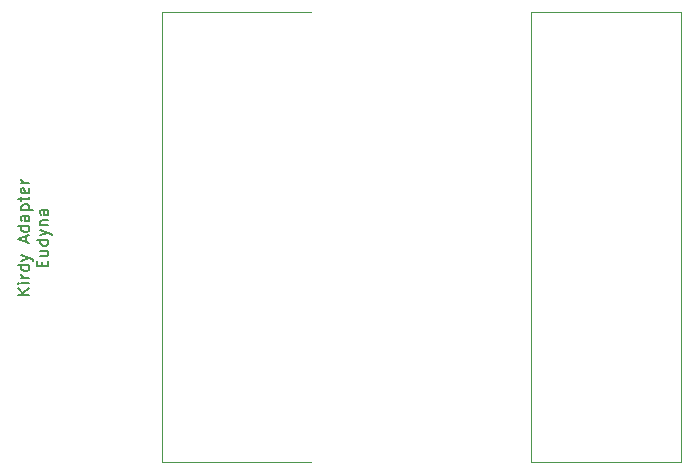
<source format=gto>
%TF.GenerationSoftware,KiCad,Pcbnew,(6.0.9)*%
%TF.CreationDate,2022-12-04T20:24:29+08:00*%
%TF.ProjectId,kirdyShield,6b697264-7953-4686-9965-6c642e6b6963,rev?*%
%TF.SameCoordinates,Original*%
%TF.FileFunction,Legend,Top*%
%TF.FilePolarity,Positive*%
%FSLAX46Y46*%
G04 Gerber Fmt 4.6, Leading zero omitted, Abs format (unit mm)*
G04 Created by KiCad (PCBNEW (6.0.9)) date 2022-12-04 20:24:29*
%MOMM*%
%LPD*%
G01*
G04 APERTURE LIST*
%ADD10C,0.150000*%
%ADD11C,0.120000*%
%ADD12R,1.500000X5.080000*%
%ADD13C,1.524000*%
G04 APERTURE END LIST*
D10*
X69647380Y-126833333D02*
X68647380Y-126833333D01*
X69647380Y-126261904D02*
X69075952Y-126690476D01*
X68647380Y-126261904D02*
X69218809Y-126833333D01*
X69647380Y-125833333D02*
X68980714Y-125833333D01*
X68647380Y-125833333D02*
X68695000Y-125880952D01*
X68742619Y-125833333D01*
X68695000Y-125785714D01*
X68647380Y-125833333D01*
X68742619Y-125833333D01*
X69647380Y-125357142D02*
X68980714Y-125357142D01*
X69171190Y-125357142D02*
X69075952Y-125309523D01*
X69028333Y-125261904D01*
X68980714Y-125166666D01*
X68980714Y-125071428D01*
X69647380Y-124309523D02*
X68647380Y-124309523D01*
X69599761Y-124309523D02*
X69647380Y-124404761D01*
X69647380Y-124595238D01*
X69599761Y-124690476D01*
X69552142Y-124738095D01*
X69456904Y-124785714D01*
X69171190Y-124785714D01*
X69075952Y-124738095D01*
X69028333Y-124690476D01*
X68980714Y-124595238D01*
X68980714Y-124404761D01*
X69028333Y-124309523D01*
X68980714Y-123928571D02*
X69647380Y-123690476D01*
X68980714Y-123452380D02*
X69647380Y-123690476D01*
X69885476Y-123785714D01*
X69933095Y-123833333D01*
X69980714Y-123928571D01*
X69361666Y-122357142D02*
X69361666Y-121880952D01*
X69647380Y-122452380D02*
X68647380Y-122119047D01*
X69647380Y-121785714D01*
X69647380Y-121023809D02*
X68647380Y-121023809D01*
X69599761Y-121023809D02*
X69647380Y-121119047D01*
X69647380Y-121309523D01*
X69599761Y-121404761D01*
X69552142Y-121452380D01*
X69456904Y-121500000D01*
X69171190Y-121500000D01*
X69075952Y-121452380D01*
X69028333Y-121404761D01*
X68980714Y-121309523D01*
X68980714Y-121119047D01*
X69028333Y-121023809D01*
X69647380Y-120119047D02*
X69123571Y-120119047D01*
X69028333Y-120166666D01*
X68980714Y-120261904D01*
X68980714Y-120452380D01*
X69028333Y-120547619D01*
X69599761Y-120119047D02*
X69647380Y-120214285D01*
X69647380Y-120452380D01*
X69599761Y-120547619D01*
X69504523Y-120595238D01*
X69409285Y-120595238D01*
X69314047Y-120547619D01*
X69266428Y-120452380D01*
X69266428Y-120214285D01*
X69218809Y-120119047D01*
X68980714Y-119642857D02*
X69980714Y-119642857D01*
X69028333Y-119642857D02*
X68980714Y-119547619D01*
X68980714Y-119357142D01*
X69028333Y-119261904D01*
X69075952Y-119214285D01*
X69171190Y-119166666D01*
X69456904Y-119166666D01*
X69552142Y-119214285D01*
X69599761Y-119261904D01*
X69647380Y-119357142D01*
X69647380Y-119547619D01*
X69599761Y-119642857D01*
X68980714Y-118880952D02*
X68980714Y-118500000D01*
X68647380Y-118738095D02*
X69504523Y-118738095D01*
X69599761Y-118690476D01*
X69647380Y-118595238D01*
X69647380Y-118500000D01*
X69599761Y-117785714D02*
X69647380Y-117880952D01*
X69647380Y-118071428D01*
X69599761Y-118166666D01*
X69504523Y-118214285D01*
X69123571Y-118214285D01*
X69028333Y-118166666D01*
X68980714Y-118071428D01*
X68980714Y-117880952D01*
X69028333Y-117785714D01*
X69123571Y-117738095D01*
X69218809Y-117738095D01*
X69314047Y-118214285D01*
X69647380Y-117309523D02*
X68980714Y-117309523D01*
X69171190Y-117309523D02*
X69075952Y-117261904D01*
X69028333Y-117214285D01*
X68980714Y-117119047D01*
X68980714Y-117023809D01*
X70733571Y-124404761D02*
X70733571Y-124071428D01*
X71257380Y-123928571D02*
X71257380Y-124404761D01*
X70257380Y-124404761D01*
X70257380Y-123928571D01*
X70590714Y-123071428D02*
X71257380Y-123071428D01*
X70590714Y-123500000D02*
X71114523Y-123500000D01*
X71209761Y-123452380D01*
X71257380Y-123357142D01*
X71257380Y-123214285D01*
X71209761Y-123119047D01*
X71162142Y-123071428D01*
X71257380Y-122166666D02*
X70257380Y-122166666D01*
X71209761Y-122166666D02*
X71257380Y-122261904D01*
X71257380Y-122452380D01*
X71209761Y-122547619D01*
X71162142Y-122595238D01*
X71066904Y-122642857D01*
X70781190Y-122642857D01*
X70685952Y-122595238D01*
X70638333Y-122547619D01*
X70590714Y-122452380D01*
X70590714Y-122261904D01*
X70638333Y-122166666D01*
X70590714Y-121785714D02*
X71257380Y-121547619D01*
X70590714Y-121309523D02*
X71257380Y-121547619D01*
X71495476Y-121642857D01*
X71543095Y-121690476D01*
X71590714Y-121785714D01*
X70590714Y-120928571D02*
X71257380Y-120928571D01*
X70685952Y-120928571D02*
X70638333Y-120880952D01*
X70590714Y-120785714D01*
X70590714Y-120642857D01*
X70638333Y-120547619D01*
X70733571Y-120500000D01*
X71257380Y-120500000D01*
X71257380Y-119595238D02*
X70733571Y-119595238D01*
X70638333Y-119642857D01*
X70590714Y-119738095D01*
X70590714Y-119928571D01*
X70638333Y-120023809D01*
X71209761Y-119595238D02*
X71257380Y-119690476D01*
X71257380Y-119928571D01*
X71209761Y-120023809D01*
X71114523Y-120071428D01*
X71019285Y-120071428D01*
X70924047Y-120023809D01*
X70876428Y-119928571D01*
X70876428Y-119690476D01*
X70828809Y-119595238D01*
D11*
%TO.C,J4*%
X124841000Y-140970000D02*
X124841000Y-102870000D01*
X112141000Y-102870000D02*
X112141000Y-140970000D01*
X124841000Y-102870000D02*
X112141000Y-102870000D01*
X112141000Y-140970000D02*
X124841000Y-140970000D01*
%TO.C,J2*%
X80899000Y-102870000D02*
X80899000Y-140970000D01*
X93599000Y-140970000D02*
X93599000Y-102870000D01*
X80899000Y-140970000D02*
X93599000Y-140970000D01*
X93599000Y-102870000D02*
X80899000Y-102870000D01*
%TD*%
%LPC*%
D12*
%TO.C,J5*%
X65600000Y-144637500D03*
X74100000Y-144637500D03*
%TD*%
D13*
%TO.C,J4*%
X117475000Y-114300000D03*
X114300000Y-116840000D03*
X117475000Y-119507000D03*
X114300000Y-121920000D03*
X117475000Y-124460000D03*
X114300000Y-127000000D03*
X117475000Y-129540000D03*
%TD*%
%TO.C,J2*%
X88265000Y-129540000D03*
X91440000Y-127000000D03*
X88265000Y-124333000D03*
X91440000Y-121920000D03*
X88265000Y-119380000D03*
X91440000Y-116840000D03*
X88265000Y-114300000D03*
%TD*%
G36*
X112042121Y-100020002D02*
G01*
X112088614Y-100073658D01*
X112100000Y-100126000D01*
X112100000Y-147374000D01*
X112079998Y-147442121D01*
X112026342Y-147488614D01*
X111974000Y-147500000D01*
X93726000Y-147500000D01*
X93657879Y-147479998D01*
X93611386Y-147426342D01*
X93600000Y-147374000D01*
X93600000Y-100126000D01*
X93620002Y-100057879D01*
X93673658Y-100011386D01*
X93726000Y-100000000D01*
X111974000Y-100000000D01*
X112042121Y-100020002D01*
G37*
M02*

</source>
